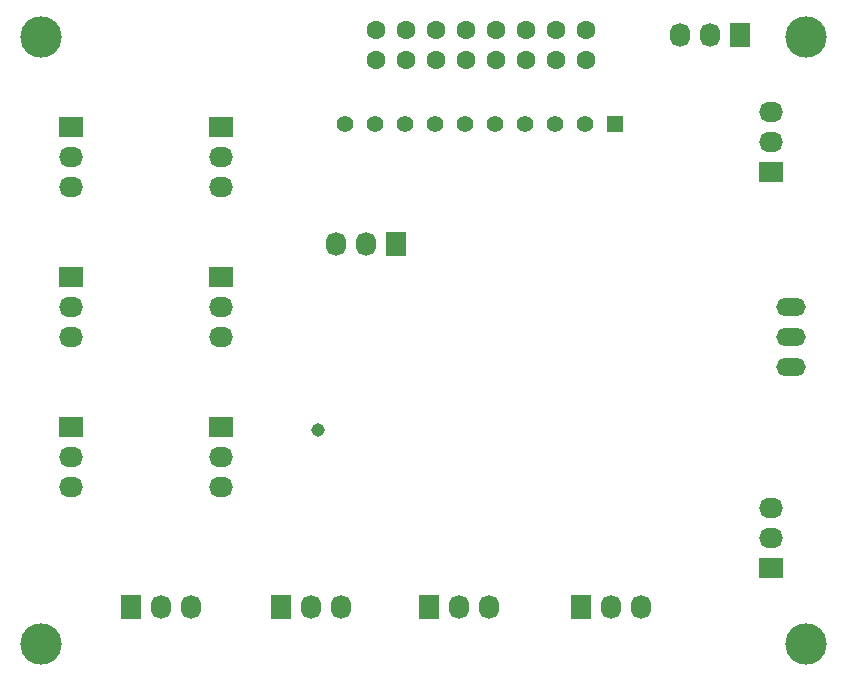
<source format=gbs>
G04 #@! TF.FileFunction,Soldermask,Bot*
%FSLAX45Y45*%
G04 Gerber Fmt 4.5, Leading zero omitted, Abs format (unit mm)*
G04 Created by KiCad (PCBNEW 4.0.4-1.fc24-product) date Wed Oct 18 11:24:51 2017*
%MOMM*%
%LPD*%
G01*
G04 APERTURE LIST*
%ADD10C,0.150000*%
%ADD11R,1.397000X1.397000*%
%ADD12C,1.397000*%
%ADD13O,2.499360X1.501140*%
%ADD14C,1.600000*%
%ADD15C,3.500120*%
%ADD16C,1.143000*%
%ADD17R,1.727200X2.032000*%
%ADD18O,1.727200X2.032000*%
%ADD19R,2.032000X1.727200*%
%ADD20O,2.032000X1.727200*%
G04 APERTURE END LIST*
D10*
D11*
X8534400Y-6451600D03*
D12*
X8280400Y-6451600D03*
X8026400Y-6451600D03*
X7772400Y-6451600D03*
X7518400Y-6451600D03*
X7264400Y-6451600D03*
X7010400Y-6451600D03*
X6756400Y-6451600D03*
X6502400Y-6451600D03*
X6248400Y-6451600D03*
D13*
X10020300Y-8255000D03*
X10020300Y-8509000D03*
X10020300Y-8001000D03*
D14*
X6505300Y-5917000D03*
X6505300Y-5663000D03*
X6759300Y-5917000D03*
X6759300Y-5663000D03*
X7013300Y-5917000D03*
X7013300Y-5663000D03*
X7267300Y-5917000D03*
X7267300Y-5663000D03*
X7521300Y-5917000D03*
X7521300Y-5663000D03*
X7775300Y-5917000D03*
X7775300Y-5663000D03*
X8029300Y-5917000D03*
X8029300Y-5663000D03*
X8283300Y-5917000D03*
X8283300Y-5663000D03*
D15*
X3670300Y-10858500D03*
X10147300Y-10858500D03*
X10147300Y-5715000D03*
X3670300Y-5715000D03*
D16*
X6019800Y-9042400D03*
D17*
X6959600Y-10541000D03*
D18*
X7213600Y-10541000D03*
X7467600Y-10541000D03*
D17*
X6680200Y-7467600D03*
D18*
X6426200Y-7467600D03*
X6172200Y-7467600D03*
D19*
X5194300Y-9017000D03*
D20*
X5194300Y-9271000D03*
X5194300Y-9525000D03*
D19*
X3924300Y-9017000D03*
D20*
X3924300Y-9271000D03*
X3924300Y-9525000D03*
D19*
X9855200Y-10210800D03*
D20*
X9855200Y-9956800D03*
X9855200Y-9702800D03*
D19*
X9855200Y-6858000D03*
D20*
X9855200Y-6604000D03*
X9855200Y-6350000D03*
D19*
X5194300Y-7747000D03*
D20*
X5194300Y-8001000D03*
X5194300Y-8255000D03*
D19*
X3924300Y-7747000D03*
D20*
X3924300Y-8001000D03*
X3924300Y-8255000D03*
D17*
X5702300Y-10541000D03*
D18*
X5956300Y-10541000D03*
X6210300Y-10541000D03*
D19*
X5194300Y-6477000D03*
D20*
X5194300Y-6731000D03*
X5194300Y-6985000D03*
D19*
X3924300Y-6477000D03*
D20*
X3924300Y-6731000D03*
X3924300Y-6985000D03*
D17*
X8242300Y-10541000D03*
D18*
X8496300Y-10541000D03*
X8750300Y-10541000D03*
D17*
X4432300Y-10541000D03*
D18*
X4686300Y-10541000D03*
X4940300Y-10541000D03*
D17*
X9588500Y-5697220D03*
D18*
X9334500Y-5697220D03*
X9080500Y-5697220D03*
M02*

</source>
